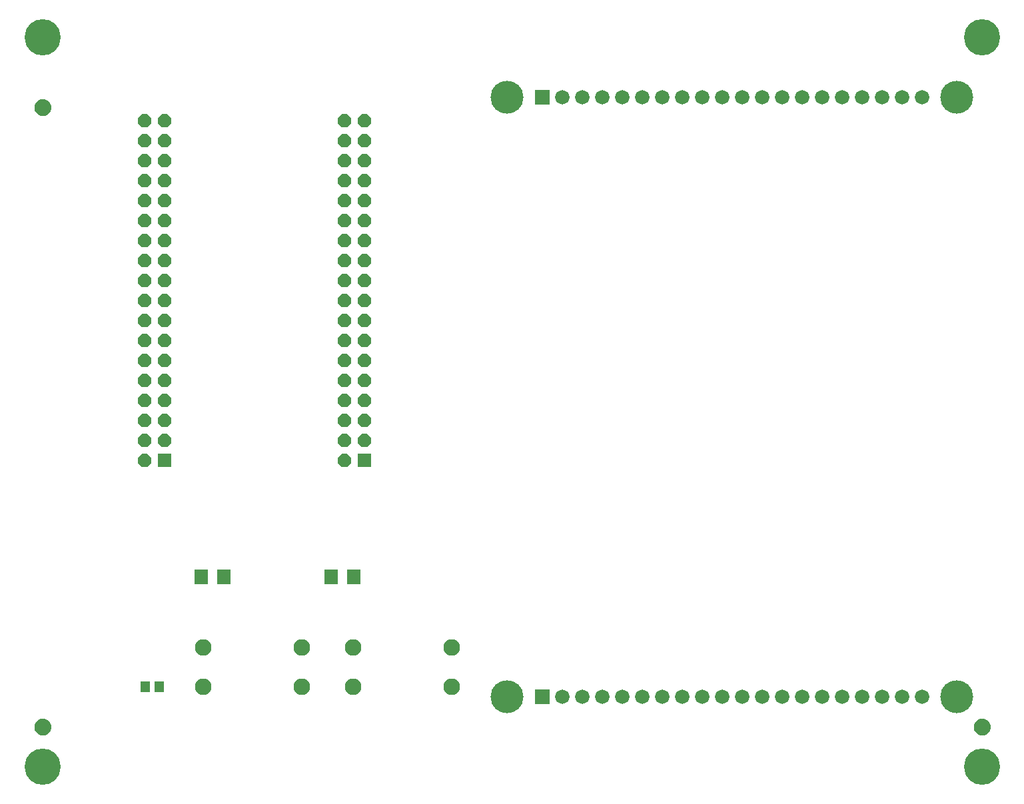
<source format=gbr>
G04 EAGLE Gerber RS-274X export*
G75*
%MOMM*%
%FSLAX34Y34*%
%LPD*%
%INSoldermask Top*%
%IPPOS*%
%AMOC8*
5,1,8,0,0,1.08239X$1,22.5*%
G01*
%ADD10R,1.676400X1.676400*%
%ADD11P,1.814519X8X112.500000*%
%ADD12R,1.828800X1.828800*%
%ADD13C,1.828800*%
%ADD14C,4.168400*%
%ADD15C,2.112400*%
%ADD16R,1.752400X1.955400*%
%ADD17C,4.597400*%
%ADD18C,0.609600*%
%ADD19C,1.168400*%
%ADD20R,1.295400X1.422400*%


D10*
X447300Y427400D03*
D11*
X421900Y427400D03*
X447300Y452800D03*
X421900Y452800D03*
X447300Y478200D03*
X421900Y478200D03*
X447300Y503600D03*
X421900Y503600D03*
X447300Y529000D03*
X421900Y529000D03*
X447300Y554400D03*
X421900Y554400D03*
X447300Y579800D03*
X421900Y579800D03*
X447300Y605200D03*
X421900Y605200D03*
X447300Y630600D03*
X421900Y630600D03*
X447300Y656000D03*
X421900Y656000D03*
X447300Y681400D03*
X421900Y681400D03*
X447300Y706800D03*
X421900Y706800D03*
X447300Y732200D03*
X421900Y732200D03*
X447300Y757600D03*
X421900Y757600D03*
X447300Y783000D03*
X421900Y783000D03*
X447300Y808400D03*
X421900Y808400D03*
X447300Y833800D03*
X421900Y833800D03*
X447300Y859200D03*
X421900Y859200D03*
D10*
X193300Y427400D03*
D11*
X167900Y427400D03*
X193300Y452800D03*
X167900Y452800D03*
X193300Y478200D03*
X167900Y478200D03*
X193300Y503600D03*
X167900Y503600D03*
X193300Y529000D03*
X167900Y529000D03*
X193300Y554400D03*
X167900Y554400D03*
X193300Y579800D03*
X167900Y579800D03*
X193300Y605200D03*
X167900Y605200D03*
X193300Y630600D03*
X167900Y630600D03*
X193300Y656000D03*
X167900Y656000D03*
X193300Y681400D03*
X167900Y681400D03*
X193300Y706800D03*
X167900Y706800D03*
X193300Y732200D03*
X167900Y732200D03*
X193300Y757600D03*
X167900Y757600D03*
X193300Y783000D03*
X167900Y783000D03*
X193300Y808400D03*
X167900Y808400D03*
X193300Y833800D03*
X167900Y833800D03*
X193300Y859200D03*
X167900Y859200D03*
D12*
X673100Y889000D03*
D13*
X698500Y889000D03*
X723900Y889000D03*
X749300Y889000D03*
X774700Y889000D03*
X800100Y889000D03*
X825500Y889000D03*
X850900Y889000D03*
X876300Y889000D03*
X901700Y889000D03*
X927100Y889000D03*
X952500Y889000D03*
X977900Y889000D03*
X1003300Y889000D03*
X1028700Y889000D03*
X1054100Y889000D03*
X1079500Y889000D03*
X1104900Y889000D03*
X1130300Y889000D03*
X1155700Y889000D03*
D12*
X673100Y127000D03*
D13*
X698500Y127000D03*
X723900Y127000D03*
X749300Y127000D03*
X774700Y127000D03*
X800100Y127000D03*
X825500Y127000D03*
X850900Y127000D03*
X876300Y127000D03*
X901700Y127000D03*
X927100Y127000D03*
X952500Y127000D03*
X977900Y127000D03*
X1003300Y127000D03*
X1028700Y127000D03*
X1054100Y127000D03*
X1079500Y127000D03*
X1104900Y127000D03*
X1130300Y127000D03*
X1155700Y127000D03*
D14*
X628650Y127000D03*
X1200150Y127000D03*
X628650Y889000D03*
X1200150Y889000D03*
D15*
X557800Y190100D03*
X557800Y140100D03*
X432800Y140100D03*
X432800Y190100D03*
X367300Y190100D03*
X367300Y140100D03*
X242300Y140100D03*
X242300Y190100D03*
D16*
X404880Y279400D03*
X433320Y279400D03*
X239780Y279400D03*
X268220Y279400D03*
D17*
X38100Y38100D03*
X38100Y965200D03*
X1231900Y965200D03*
X1231900Y38100D03*
D18*
X30480Y876300D02*
X30482Y876487D01*
X30489Y876674D01*
X30501Y876861D01*
X30517Y877047D01*
X30537Y877233D01*
X30562Y877418D01*
X30592Y877603D01*
X30626Y877787D01*
X30665Y877970D01*
X30708Y878152D01*
X30756Y878332D01*
X30808Y878512D01*
X30865Y878690D01*
X30925Y878867D01*
X30991Y879042D01*
X31060Y879216D01*
X31134Y879388D01*
X31212Y879558D01*
X31294Y879726D01*
X31380Y879892D01*
X31470Y880056D01*
X31564Y880217D01*
X31662Y880377D01*
X31764Y880533D01*
X31870Y880688D01*
X31980Y880839D01*
X32093Y880988D01*
X32210Y881134D01*
X32330Y881277D01*
X32454Y881417D01*
X32581Y881554D01*
X32712Y881688D01*
X32846Y881819D01*
X32983Y881946D01*
X33123Y882070D01*
X33266Y882190D01*
X33412Y882307D01*
X33561Y882420D01*
X33712Y882530D01*
X33867Y882636D01*
X34023Y882738D01*
X34183Y882836D01*
X34344Y882930D01*
X34508Y883020D01*
X34674Y883106D01*
X34842Y883188D01*
X35012Y883266D01*
X35184Y883340D01*
X35358Y883409D01*
X35533Y883475D01*
X35710Y883535D01*
X35888Y883592D01*
X36068Y883644D01*
X36248Y883692D01*
X36430Y883735D01*
X36613Y883774D01*
X36797Y883808D01*
X36982Y883838D01*
X37167Y883863D01*
X37353Y883883D01*
X37539Y883899D01*
X37726Y883911D01*
X37913Y883918D01*
X38100Y883920D01*
X38287Y883918D01*
X38474Y883911D01*
X38661Y883899D01*
X38847Y883883D01*
X39033Y883863D01*
X39218Y883838D01*
X39403Y883808D01*
X39587Y883774D01*
X39770Y883735D01*
X39952Y883692D01*
X40132Y883644D01*
X40312Y883592D01*
X40490Y883535D01*
X40667Y883475D01*
X40842Y883409D01*
X41016Y883340D01*
X41188Y883266D01*
X41358Y883188D01*
X41526Y883106D01*
X41692Y883020D01*
X41856Y882930D01*
X42017Y882836D01*
X42177Y882738D01*
X42333Y882636D01*
X42488Y882530D01*
X42639Y882420D01*
X42788Y882307D01*
X42934Y882190D01*
X43077Y882070D01*
X43217Y881946D01*
X43354Y881819D01*
X43488Y881688D01*
X43619Y881554D01*
X43746Y881417D01*
X43870Y881277D01*
X43990Y881134D01*
X44107Y880988D01*
X44220Y880839D01*
X44330Y880688D01*
X44436Y880533D01*
X44538Y880377D01*
X44636Y880217D01*
X44730Y880056D01*
X44820Y879892D01*
X44906Y879726D01*
X44988Y879558D01*
X45066Y879388D01*
X45140Y879216D01*
X45209Y879042D01*
X45275Y878867D01*
X45335Y878690D01*
X45392Y878512D01*
X45444Y878332D01*
X45492Y878152D01*
X45535Y877970D01*
X45574Y877787D01*
X45608Y877603D01*
X45638Y877418D01*
X45663Y877233D01*
X45683Y877047D01*
X45699Y876861D01*
X45711Y876674D01*
X45718Y876487D01*
X45720Y876300D01*
X45718Y876113D01*
X45711Y875926D01*
X45699Y875739D01*
X45683Y875553D01*
X45663Y875367D01*
X45638Y875182D01*
X45608Y874997D01*
X45574Y874813D01*
X45535Y874630D01*
X45492Y874448D01*
X45444Y874268D01*
X45392Y874088D01*
X45335Y873910D01*
X45275Y873733D01*
X45209Y873558D01*
X45140Y873384D01*
X45066Y873212D01*
X44988Y873042D01*
X44906Y872874D01*
X44820Y872708D01*
X44730Y872544D01*
X44636Y872383D01*
X44538Y872223D01*
X44436Y872067D01*
X44330Y871912D01*
X44220Y871761D01*
X44107Y871612D01*
X43990Y871466D01*
X43870Y871323D01*
X43746Y871183D01*
X43619Y871046D01*
X43488Y870912D01*
X43354Y870781D01*
X43217Y870654D01*
X43077Y870530D01*
X42934Y870410D01*
X42788Y870293D01*
X42639Y870180D01*
X42488Y870070D01*
X42333Y869964D01*
X42177Y869862D01*
X42017Y869764D01*
X41856Y869670D01*
X41692Y869580D01*
X41526Y869494D01*
X41358Y869412D01*
X41188Y869334D01*
X41016Y869260D01*
X40842Y869191D01*
X40667Y869125D01*
X40490Y869065D01*
X40312Y869008D01*
X40132Y868956D01*
X39952Y868908D01*
X39770Y868865D01*
X39587Y868826D01*
X39403Y868792D01*
X39218Y868762D01*
X39033Y868737D01*
X38847Y868717D01*
X38661Y868701D01*
X38474Y868689D01*
X38287Y868682D01*
X38100Y868680D01*
X37913Y868682D01*
X37726Y868689D01*
X37539Y868701D01*
X37353Y868717D01*
X37167Y868737D01*
X36982Y868762D01*
X36797Y868792D01*
X36613Y868826D01*
X36430Y868865D01*
X36248Y868908D01*
X36068Y868956D01*
X35888Y869008D01*
X35710Y869065D01*
X35533Y869125D01*
X35358Y869191D01*
X35184Y869260D01*
X35012Y869334D01*
X34842Y869412D01*
X34674Y869494D01*
X34508Y869580D01*
X34344Y869670D01*
X34183Y869764D01*
X34023Y869862D01*
X33867Y869964D01*
X33712Y870070D01*
X33561Y870180D01*
X33412Y870293D01*
X33266Y870410D01*
X33123Y870530D01*
X32983Y870654D01*
X32846Y870781D01*
X32712Y870912D01*
X32581Y871046D01*
X32454Y871183D01*
X32330Y871323D01*
X32210Y871466D01*
X32093Y871612D01*
X31980Y871761D01*
X31870Y871912D01*
X31764Y872067D01*
X31662Y872223D01*
X31564Y872383D01*
X31470Y872544D01*
X31380Y872708D01*
X31294Y872874D01*
X31212Y873042D01*
X31134Y873212D01*
X31060Y873384D01*
X30991Y873558D01*
X30925Y873733D01*
X30865Y873910D01*
X30808Y874088D01*
X30756Y874268D01*
X30708Y874448D01*
X30665Y874630D01*
X30626Y874813D01*
X30592Y874997D01*
X30562Y875182D01*
X30537Y875367D01*
X30517Y875553D01*
X30501Y875739D01*
X30489Y875926D01*
X30482Y876113D01*
X30480Y876300D01*
D19*
X38100Y876300D03*
D18*
X1224280Y88900D02*
X1224282Y89087D01*
X1224289Y89274D01*
X1224301Y89461D01*
X1224317Y89647D01*
X1224337Y89833D01*
X1224362Y90018D01*
X1224392Y90203D01*
X1224426Y90387D01*
X1224465Y90570D01*
X1224508Y90752D01*
X1224556Y90932D01*
X1224608Y91112D01*
X1224665Y91290D01*
X1224725Y91467D01*
X1224791Y91642D01*
X1224860Y91816D01*
X1224934Y91988D01*
X1225012Y92158D01*
X1225094Y92326D01*
X1225180Y92492D01*
X1225270Y92656D01*
X1225364Y92817D01*
X1225462Y92977D01*
X1225564Y93133D01*
X1225670Y93288D01*
X1225780Y93439D01*
X1225893Y93588D01*
X1226010Y93734D01*
X1226130Y93877D01*
X1226254Y94017D01*
X1226381Y94154D01*
X1226512Y94288D01*
X1226646Y94419D01*
X1226783Y94546D01*
X1226923Y94670D01*
X1227066Y94790D01*
X1227212Y94907D01*
X1227361Y95020D01*
X1227512Y95130D01*
X1227667Y95236D01*
X1227823Y95338D01*
X1227983Y95436D01*
X1228144Y95530D01*
X1228308Y95620D01*
X1228474Y95706D01*
X1228642Y95788D01*
X1228812Y95866D01*
X1228984Y95940D01*
X1229158Y96009D01*
X1229333Y96075D01*
X1229510Y96135D01*
X1229688Y96192D01*
X1229868Y96244D01*
X1230048Y96292D01*
X1230230Y96335D01*
X1230413Y96374D01*
X1230597Y96408D01*
X1230782Y96438D01*
X1230967Y96463D01*
X1231153Y96483D01*
X1231339Y96499D01*
X1231526Y96511D01*
X1231713Y96518D01*
X1231900Y96520D01*
X1232087Y96518D01*
X1232274Y96511D01*
X1232461Y96499D01*
X1232647Y96483D01*
X1232833Y96463D01*
X1233018Y96438D01*
X1233203Y96408D01*
X1233387Y96374D01*
X1233570Y96335D01*
X1233752Y96292D01*
X1233932Y96244D01*
X1234112Y96192D01*
X1234290Y96135D01*
X1234467Y96075D01*
X1234642Y96009D01*
X1234816Y95940D01*
X1234988Y95866D01*
X1235158Y95788D01*
X1235326Y95706D01*
X1235492Y95620D01*
X1235656Y95530D01*
X1235817Y95436D01*
X1235977Y95338D01*
X1236133Y95236D01*
X1236288Y95130D01*
X1236439Y95020D01*
X1236588Y94907D01*
X1236734Y94790D01*
X1236877Y94670D01*
X1237017Y94546D01*
X1237154Y94419D01*
X1237288Y94288D01*
X1237419Y94154D01*
X1237546Y94017D01*
X1237670Y93877D01*
X1237790Y93734D01*
X1237907Y93588D01*
X1238020Y93439D01*
X1238130Y93288D01*
X1238236Y93133D01*
X1238338Y92977D01*
X1238436Y92817D01*
X1238530Y92656D01*
X1238620Y92492D01*
X1238706Y92326D01*
X1238788Y92158D01*
X1238866Y91988D01*
X1238940Y91816D01*
X1239009Y91642D01*
X1239075Y91467D01*
X1239135Y91290D01*
X1239192Y91112D01*
X1239244Y90932D01*
X1239292Y90752D01*
X1239335Y90570D01*
X1239374Y90387D01*
X1239408Y90203D01*
X1239438Y90018D01*
X1239463Y89833D01*
X1239483Y89647D01*
X1239499Y89461D01*
X1239511Y89274D01*
X1239518Y89087D01*
X1239520Y88900D01*
X1239518Y88713D01*
X1239511Y88526D01*
X1239499Y88339D01*
X1239483Y88153D01*
X1239463Y87967D01*
X1239438Y87782D01*
X1239408Y87597D01*
X1239374Y87413D01*
X1239335Y87230D01*
X1239292Y87048D01*
X1239244Y86868D01*
X1239192Y86688D01*
X1239135Y86510D01*
X1239075Y86333D01*
X1239009Y86158D01*
X1238940Y85984D01*
X1238866Y85812D01*
X1238788Y85642D01*
X1238706Y85474D01*
X1238620Y85308D01*
X1238530Y85144D01*
X1238436Y84983D01*
X1238338Y84823D01*
X1238236Y84667D01*
X1238130Y84512D01*
X1238020Y84361D01*
X1237907Y84212D01*
X1237790Y84066D01*
X1237670Y83923D01*
X1237546Y83783D01*
X1237419Y83646D01*
X1237288Y83512D01*
X1237154Y83381D01*
X1237017Y83254D01*
X1236877Y83130D01*
X1236734Y83010D01*
X1236588Y82893D01*
X1236439Y82780D01*
X1236288Y82670D01*
X1236133Y82564D01*
X1235977Y82462D01*
X1235817Y82364D01*
X1235656Y82270D01*
X1235492Y82180D01*
X1235326Y82094D01*
X1235158Y82012D01*
X1234988Y81934D01*
X1234816Y81860D01*
X1234642Y81791D01*
X1234467Y81725D01*
X1234290Y81665D01*
X1234112Y81608D01*
X1233932Y81556D01*
X1233752Y81508D01*
X1233570Y81465D01*
X1233387Y81426D01*
X1233203Y81392D01*
X1233018Y81362D01*
X1232833Y81337D01*
X1232647Y81317D01*
X1232461Y81301D01*
X1232274Y81289D01*
X1232087Y81282D01*
X1231900Y81280D01*
X1231713Y81282D01*
X1231526Y81289D01*
X1231339Y81301D01*
X1231153Y81317D01*
X1230967Y81337D01*
X1230782Y81362D01*
X1230597Y81392D01*
X1230413Y81426D01*
X1230230Y81465D01*
X1230048Y81508D01*
X1229868Y81556D01*
X1229688Y81608D01*
X1229510Y81665D01*
X1229333Y81725D01*
X1229158Y81791D01*
X1228984Y81860D01*
X1228812Y81934D01*
X1228642Y82012D01*
X1228474Y82094D01*
X1228308Y82180D01*
X1228144Y82270D01*
X1227983Y82364D01*
X1227823Y82462D01*
X1227667Y82564D01*
X1227512Y82670D01*
X1227361Y82780D01*
X1227212Y82893D01*
X1227066Y83010D01*
X1226923Y83130D01*
X1226783Y83254D01*
X1226646Y83381D01*
X1226512Y83512D01*
X1226381Y83646D01*
X1226254Y83783D01*
X1226130Y83923D01*
X1226010Y84066D01*
X1225893Y84212D01*
X1225780Y84361D01*
X1225670Y84512D01*
X1225564Y84667D01*
X1225462Y84823D01*
X1225364Y84983D01*
X1225270Y85144D01*
X1225180Y85308D01*
X1225094Y85474D01*
X1225012Y85642D01*
X1224934Y85812D01*
X1224860Y85984D01*
X1224791Y86158D01*
X1224725Y86333D01*
X1224665Y86510D01*
X1224608Y86688D01*
X1224556Y86868D01*
X1224508Y87048D01*
X1224465Y87230D01*
X1224426Y87413D01*
X1224392Y87597D01*
X1224362Y87782D01*
X1224337Y87967D01*
X1224317Y88153D01*
X1224301Y88339D01*
X1224289Y88526D01*
X1224282Y88713D01*
X1224280Y88900D01*
D19*
X1231900Y88900D03*
D18*
X30480Y88900D02*
X30482Y89087D01*
X30489Y89274D01*
X30501Y89461D01*
X30517Y89647D01*
X30537Y89833D01*
X30562Y90018D01*
X30592Y90203D01*
X30626Y90387D01*
X30665Y90570D01*
X30708Y90752D01*
X30756Y90932D01*
X30808Y91112D01*
X30865Y91290D01*
X30925Y91467D01*
X30991Y91642D01*
X31060Y91816D01*
X31134Y91988D01*
X31212Y92158D01*
X31294Y92326D01*
X31380Y92492D01*
X31470Y92656D01*
X31564Y92817D01*
X31662Y92977D01*
X31764Y93133D01*
X31870Y93288D01*
X31980Y93439D01*
X32093Y93588D01*
X32210Y93734D01*
X32330Y93877D01*
X32454Y94017D01*
X32581Y94154D01*
X32712Y94288D01*
X32846Y94419D01*
X32983Y94546D01*
X33123Y94670D01*
X33266Y94790D01*
X33412Y94907D01*
X33561Y95020D01*
X33712Y95130D01*
X33867Y95236D01*
X34023Y95338D01*
X34183Y95436D01*
X34344Y95530D01*
X34508Y95620D01*
X34674Y95706D01*
X34842Y95788D01*
X35012Y95866D01*
X35184Y95940D01*
X35358Y96009D01*
X35533Y96075D01*
X35710Y96135D01*
X35888Y96192D01*
X36068Y96244D01*
X36248Y96292D01*
X36430Y96335D01*
X36613Y96374D01*
X36797Y96408D01*
X36982Y96438D01*
X37167Y96463D01*
X37353Y96483D01*
X37539Y96499D01*
X37726Y96511D01*
X37913Y96518D01*
X38100Y96520D01*
X38287Y96518D01*
X38474Y96511D01*
X38661Y96499D01*
X38847Y96483D01*
X39033Y96463D01*
X39218Y96438D01*
X39403Y96408D01*
X39587Y96374D01*
X39770Y96335D01*
X39952Y96292D01*
X40132Y96244D01*
X40312Y96192D01*
X40490Y96135D01*
X40667Y96075D01*
X40842Y96009D01*
X41016Y95940D01*
X41188Y95866D01*
X41358Y95788D01*
X41526Y95706D01*
X41692Y95620D01*
X41856Y95530D01*
X42017Y95436D01*
X42177Y95338D01*
X42333Y95236D01*
X42488Y95130D01*
X42639Y95020D01*
X42788Y94907D01*
X42934Y94790D01*
X43077Y94670D01*
X43217Y94546D01*
X43354Y94419D01*
X43488Y94288D01*
X43619Y94154D01*
X43746Y94017D01*
X43870Y93877D01*
X43990Y93734D01*
X44107Y93588D01*
X44220Y93439D01*
X44330Y93288D01*
X44436Y93133D01*
X44538Y92977D01*
X44636Y92817D01*
X44730Y92656D01*
X44820Y92492D01*
X44906Y92326D01*
X44988Y92158D01*
X45066Y91988D01*
X45140Y91816D01*
X45209Y91642D01*
X45275Y91467D01*
X45335Y91290D01*
X45392Y91112D01*
X45444Y90932D01*
X45492Y90752D01*
X45535Y90570D01*
X45574Y90387D01*
X45608Y90203D01*
X45638Y90018D01*
X45663Y89833D01*
X45683Y89647D01*
X45699Y89461D01*
X45711Y89274D01*
X45718Y89087D01*
X45720Y88900D01*
X45718Y88713D01*
X45711Y88526D01*
X45699Y88339D01*
X45683Y88153D01*
X45663Y87967D01*
X45638Y87782D01*
X45608Y87597D01*
X45574Y87413D01*
X45535Y87230D01*
X45492Y87048D01*
X45444Y86868D01*
X45392Y86688D01*
X45335Y86510D01*
X45275Y86333D01*
X45209Y86158D01*
X45140Y85984D01*
X45066Y85812D01*
X44988Y85642D01*
X44906Y85474D01*
X44820Y85308D01*
X44730Y85144D01*
X44636Y84983D01*
X44538Y84823D01*
X44436Y84667D01*
X44330Y84512D01*
X44220Y84361D01*
X44107Y84212D01*
X43990Y84066D01*
X43870Y83923D01*
X43746Y83783D01*
X43619Y83646D01*
X43488Y83512D01*
X43354Y83381D01*
X43217Y83254D01*
X43077Y83130D01*
X42934Y83010D01*
X42788Y82893D01*
X42639Y82780D01*
X42488Y82670D01*
X42333Y82564D01*
X42177Y82462D01*
X42017Y82364D01*
X41856Y82270D01*
X41692Y82180D01*
X41526Y82094D01*
X41358Y82012D01*
X41188Y81934D01*
X41016Y81860D01*
X40842Y81791D01*
X40667Y81725D01*
X40490Y81665D01*
X40312Y81608D01*
X40132Y81556D01*
X39952Y81508D01*
X39770Y81465D01*
X39587Y81426D01*
X39403Y81392D01*
X39218Y81362D01*
X39033Y81337D01*
X38847Y81317D01*
X38661Y81301D01*
X38474Y81289D01*
X38287Y81282D01*
X38100Y81280D01*
X37913Y81282D01*
X37726Y81289D01*
X37539Y81301D01*
X37353Y81317D01*
X37167Y81337D01*
X36982Y81362D01*
X36797Y81392D01*
X36613Y81426D01*
X36430Y81465D01*
X36248Y81508D01*
X36068Y81556D01*
X35888Y81608D01*
X35710Y81665D01*
X35533Y81725D01*
X35358Y81791D01*
X35184Y81860D01*
X35012Y81934D01*
X34842Y82012D01*
X34674Y82094D01*
X34508Y82180D01*
X34344Y82270D01*
X34183Y82364D01*
X34023Y82462D01*
X33867Y82564D01*
X33712Y82670D01*
X33561Y82780D01*
X33412Y82893D01*
X33266Y83010D01*
X33123Y83130D01*
X32983Y83254D01*
X32846Y83381D01*
X32712Y83512D01*
X32581Y83646D01*
X32454Y83783D01*
X32330Y83923D01*
X32210Y84066D01*
X32093Y84212D01*
X31980Y84361D01*
X31870Y84512D01*
X31764Y84667D01*
X31662Y84823D01*
X31564Y84983D01*
X31470Y85144D01*
X31380Y85308D01*
X31294Y85474D01*
X31212Y85642D01*
X31134Y85812D01*
X31060Y85984D01*
X30991Y86158D01*
X30925Y86333D01*
X30865Y86510D01*
X30808Y86688D01*
X30756Y86868D01*
X30708Y87048D01*
X30665Y87230D01*
X30626Y87413D01*
X30592Y87597D01*
X30562Y87782D01*
X30537Y87967D01*
X30517Y88153D01*
X30501Y88339D01*
X30489Y88526D01*
X30482Y88713D01*
X30480Y88900D01*
D19*
X38100Y88900D03*
D20*
X168910Y139700D03*
X186690Y139700D03*
M02*

</source>
